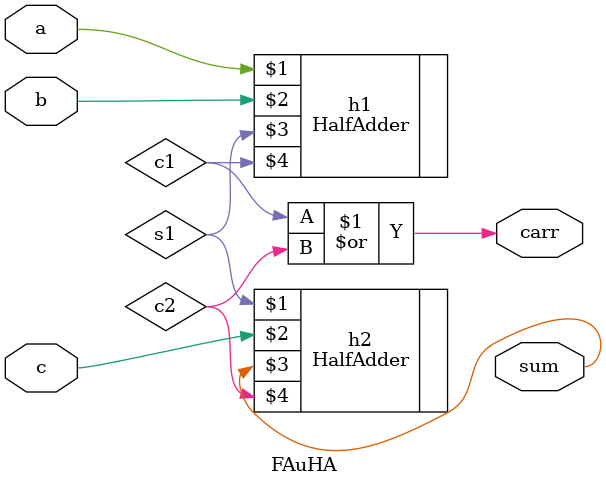
<source format=v>
`timescale 1ns / 1ps


module FAuHA(
    input a,
    input b,
    input c,
    output sum,
    output carr
    );
    
    wire s1,c1,c2;
    
    HalfAdder h1(a,b,s1,c1);
    HalfAdder h2(s1,c,sum,c2);
    
   assign  carr = c1 | c2;
    
endmodule

</source>
